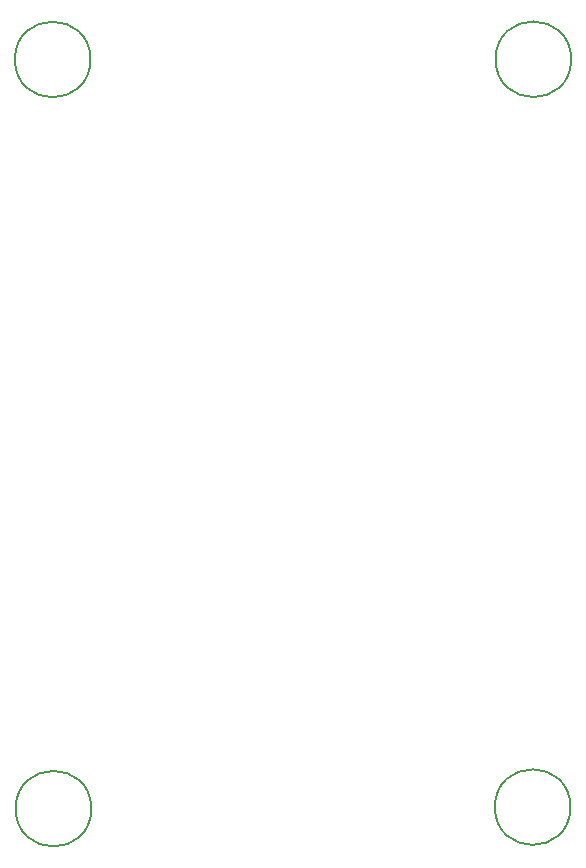
<source format=gbr>
%TF.GenerationSoftware,KiCad,Pcbnew,8.0.3-unknown-202406112021~03dd6c7a8e~ubuntu22.04.1*%
%TF.CreationDate,2024-06-13T18:15:46+05:30*%
%TF.ProjectId,SDR-Board,5344522d-426f-4617-9264-2e6b69636164,rev?*%
%TF.SameCoordinates,Original*%
%TF.FileFunction,Other,Comment*%
%FSLAX46Y46*%
G04 Gerber Fmt 4.6, Leading zero omitted, Abs format (unit mm)*
G04 Created by KiCad (PCBNEW 8.0.3-unknown-202406112021~03dd6c7a8e~ubuntu22.04.1) date 2024-06-13 18:15:46*
%MOMM*%
%LPD*%
G01*
G04 APERTURE LIST*
%ADD10C,0.150000*%
G04 APERTURE END LIST*
D10*
%TO.C,H4*%
X141390000Y-120660000D02*
G75*
G02*
X134990000Y-120660000I-3200000J0D01*
G01*
X134990000Y-120660000D02*
G75*
G02*
X141390000Y-120660000I3200000J0D01*
G01*
%TO.C,H2*%
X100750000Y-57360000D02*
G75*
G02*
X94350000Y-57360000I-3200000J0D01*
G01*
X94350000Y-57360000D02*
G75*
G02*
X100750000Y-57360000I3200000J0D01*
G01*
%TO.C,H1*%
X141452944Y-57342944D02*
G75*
G02*
X135052944Y-57342944I-3200000J0D01*
G01*
X135052944Y-57342944D02*
G75*
G02*
X141452944Y-57342944I3200000J0D01*
G01*
%TO.C,H3*%
X100820000Y-120790000D02*
G75*
G02*
X94420000Y-120790000I-3200000J0D01*
G01*
X94420000Y-120790000D02*
G75*
G02*
X100820000Y-120790000I3200000J0D01*
G01*
%TD*%
M02*

</source>
